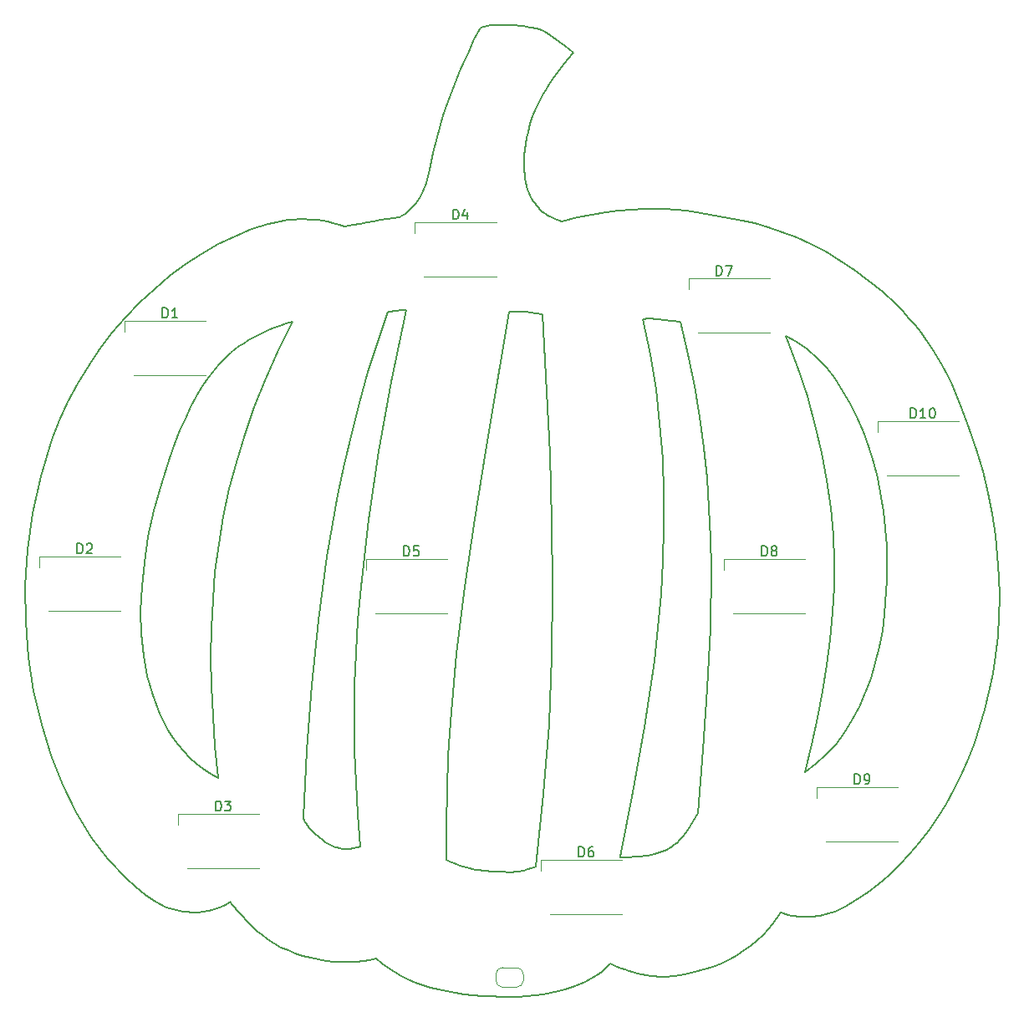
<source format=gbr>
%TF.GenerationSoftware,KiCad,Pcbnew,(6.0.7)*%
%TF.CreationDate,2022-10-09T23:44:08+01:00*%
%TF.ProjectId,Shocksoc-Pumpkin,53686f63-6b73-46f6-932d-50756d706b69,rev?*%
%TF.SameCoordinates,Original*%
%TF.FileFunction,Legend,Top*%
%TF.FilePolarity,Positive*%
%FSLAX46Y46*%
G04 Gerber Fmt 4.6, Leading zero omitted, Abs format (unit mm)*
G04 Created by KiCad (PCBNEW (6.0.7)) date 2022-10-09 23:44:08*
%MOMM*%
%LPD*%
G01*
G04 APERTURE LIST*
%TA.AperFunction,Profile*%
%ADD10C,0.150000*%
%TD*%
%ADD11C,0.150000*%
%ADD12C,0.120000*%
G04 APERTURE END LIST*
D10*
X102498533Y-54102398D02*
X100947157Y-54481130D01*
X133881078Y-90853150D02*
X133833389Y-87362595D01*
X124675709Y-56140140D02*
X123233495Y-55565649D01*
X66997727Y-68181187D02*
X66609332Y-68558657D01*
X103970625Y-53798572D02*
X102498533Y-54102398D01*
X97676376Y-63735766D02*
X97336944Y-63688964D01*
X70497813Y-126762117D02*
X70497813Y-126762117D01*
X125928115Y-124967216D02*
X126192976Y-124952584D01*
X69787150Y-126148287D02*
X70132420Y-126454556D01*
X67332905Y-123429544D02*
X67545951Y-123719744D01*
X84480927Y-54093479D02*
X84480260Y-54096107D01*
X82341551Y-77813956D02*
X83626297Y-70732284D01*
X96977322Y-34706182D02*
X96611498Y-34658888D01*
X92683768Y-34827858D02*
X92059039Y-36066917D01*
X85148150Y-63466434D02*
X84932598Y-63492489D01*
X83626297Y-70732284D02*
X85148150Y-63466428D01*
X64609375Y-124444064D02*
X65102227Y-124358968D01*
X46896703Y-98661494D02*
X47436459Y-102123326D01*
X94457491Y-34583654D02*
X94102570Y-34608740D01*
X75913103Y-116527351D02*
X76027740Y-116633659D01*
X117356622Y-54043029D02*
X115482329Y-53700187D01*
X65872344Y-69363858D02*
X65522282Y-69792098D01*
X90603511Y-119762314D02*
X90921951Y-119866007D01*
X127688136Y-108531999D02*
X128649605Y-107475457D01*
X84160099Y-63560175D02*
X83900352Y-63584931D01*
X104937221Y-130537459D02*
X105409461Y-130144061D01*
X113521177Y-53420972D02*
X112494946Y-53318635D01*
X74702206Y-128916462D02*
X75483791Y-129123545D01*
X88917597Y-43792641D02*
X88536082Y-45028228D01*
X75286822Y-115857681D02*
X75358766Y-115944730D01*
X91394153Y-37479069D02*
X91007420Y-38343438D01*
X77129782Y-88497646D02*
X76248637Y-94922799D01*
X71110469Y-127232547D02*
X71766442Y-127657677D01*
X78396225Y-54829168D02*
X78065868Y-54734775D01*
X66078806Y-110881853D02*
X65785982Y-107710346D01*
X109305260Y-118788275D02*
X109641809Y-118735198D01*
X60183809Y-104372114D02*
X61042839Y-106035884D01*
X95661305Y-120422146D02*
X95912460Y-120421179D01*
X97377031Y-133011255D02*
X98208858Y-132933707D01*
X90597384Y-39298150D02*
X90173716Y-40331815D01*
X97717467Y-34827793D02*
X97345881Y-34762586D01*
X60827516Y-123985116D02*
X61191239Y-124110602D01*
X142173682Y-75380833D02*
X141316071Y-73137553D01*
X126184627Y-107521222D02*
X125509825Y-110298578D01*
X82243592Y-66725337D02*
X81290207Y-69777235D01*
X76716644Y-54449879D02*
X76160941Y-54374583D01*
X58156469Y-62730330D02*
X56738128Y-64218626D01*
X92916294Y-120271651D02*
X93293460Y-120310097D01*
X93748031Y-34645396D02*
X93393581Y-34693930D01*
X102086924Y-37388533D02*
X101663118Y-37043032D01*
X84485912Y-54067422D02*
X84484890Y-54072636D01*
X97101910Y-63664435D02*
X96890798Y-63656394D01*
X110289316Y-99051026D02*
X109321799Y-105726379D01*
X78978934Y-118080390D02*
X79237445Y-118082532D01*
X127714681Y-69353994D02*
X126782321Y-68357120D01*
X66166640Y-87197214D02*
X66635752Y-84406780D01*
X100655439Y-36266770D02*
X100358650Y-36051143D01*
X72768916Y-54418875D02*
X72385471Y-54479966D01*
X98301672Y-119863565D02*
X98301672Y-119863565D01*
X111268230Y-85465027D02*
X111168219Y-88893620D01*
X111781962Y-118014446D02*
X111990705Y-117890395D01*
X84633001Y-130955667D02*
X85337228Y-131300477D01*
X97090236Y-48834076D02*
X97095819Y-48335672D01*
X97176825Y-47253396D02*
X97254705Y-46667940D01*
X67214238Y-123512658D02*
X67332905Y-123429544D01*
X111431300Y-53248295D02*
X110325005Y-53215316D01*
X94813088Y-34569830D02*
X94457491Y-34583654D01*
X97468201Y-51276143D02*
X97362367Y-50930451D01*
X59606502Y-83834399D02*
X59037330Y-86463656D01*
X97721447Y-51900282D02*
X97588304Y-51599156D01*
X113708452Y-67946539D02*
X112937727Y-64675594D01*
X120475942Y-54700098D02*
X119185927Y-54406591D01*
X71222462Y-65491988D02*
X70679422Y-65730910D01*
X80809217Y-129431005D02*
X81476404Y-129318534D01*
X136682242Y-65027205D02*
X136064447Y-64298760D01*
X128387891Y-86215992D02*
X128490872Y-88883728D01*
X69652966Y-66252134D02*
X69168081Y-66534945D01*
X98470896Y-34983383D02*
X98470896Y-34983383D01*
X113725577Y-116117559D02*
X113971918Y-115727186D01*
X74232322Y-54292715D02*
X73878033Y-54308043D01*
X73610495Y-64674947D02*
X72979638Y-64858920D01*
X81200076Y-54598314D02*
X80496296Y-54731608D01*
X79936202Y-108059172D02*
X79903191Y-104788850D01*
X106872115Y-118922427D02*
X106898216Y-118924778D01*
X74708817Y-114889573D02*
X74721029Y-114928826D01*
X145196034Y-94538790D02*
X145240021Y-92531613D01*
X127333999Y-124785074D02*
X127637622Y-124711616D01*
X127947782Y-124623792D02*
X128264072Y-124520734D01*
X99800920Y-132687186D02*
X100557371Y-132518967D01*
X99889050Y-54095023D02*
X99695265Y-53994739D01*
X67400369Y-67820131D02*
X66997727Y-68181187D01*
X97822797Y-120019795D02*
X98301672Y-119863565D01*
X95375849Y-120417642D02*
X95661305Y-120422146D01*
X69774126Y-73258250D02*
X70902338Y-70432317D01*
X80417254Y-72846583D02*
X79621041Y-75934597D01*
X99900165Y-98521685D02*
X99989752Y-91708369D01*
X83900352Y-63584931D02*
X83659330Y-63613628D01*
X62631018Y-108211507D02*
X63240422Y-108845236D01*
X97142765Y-49749378D02*
X97106294Y-49305047D01*
X68788989Y-76060242D02*
X69774126Y-73258250D01*
X84488619Y-54056905D02*
X84487831Y-54059549D01*
X68251328Y-67146240D02*
X67817991Y-67475233D01*
X99742996Y-40412467D02*
X100134489Y-39832858D01*
X111118333Y-78537219D02*
X111254962Y-82013251D01*
X68164769Y-124481125D02*
X68379304Y-124725894D01*
X130321611Y-105058447D02*
X131033923Y-103715009D01*
X91091442Y-91477721D02*
X90255258Y-98313130D01*
X107640236Y-118918492D02*
X107891419Y-118907854D01*
X77845849Y-129495542D02*
X78618754Y-129538337D01*
X76248637Y-94922799D02*
X75571112Y-101456683D01*
X58563171Y-98491695D02*
X58944191Y-100587747D01*
X115296426Y-77439574D02*
X114879673Y-74320515D01*
X133419365Y-61648193D02*
X132014643Y-60478696D01*
X98725345Y-53291785D02*
X98539763Y-53105342D01*
X128336206Y-94165234D02*
X128093077Y-96799019D01*
X89635802Y-105186706D02*
X89423084Y-108651001D01*
X80264134Y-117900526D02*
X80535082Y-117808259D01*
X88422177Y-132327722D02*
X89257446Y-132505830D01*
X101207537Y-36684349D02*
X100655439Y-36266770D01*
X84932598Y-63492489D02*
X84688132Y-63515661D01*
X86050641Y-52726890D02*
X85786627Y-53042883D01*
X111071097Y-131027003D02*
X111288176Y-131020166D01*
X70156501Y-65984207D02*
X69652966Y-66252134D01*
X145240021Y-92531613D02*
X145196375Y-90488273D01*
X77632617Y-117748259D02*
X77795599Y-117817514D01*
X66078806Y-110881853D02*
X66078806Y-110881853D01*
X109961423Y-118673420D02*
X110264785Y-118603143D01*
X84486489Y-54064806D02*
X84485912Y-54067422D01*
X115832866Y-83581906D02*
X115611448Y-80524033D01*
X79621041Y-75934597D02*
X78897878Y-79042493D01*
X124166142Y-124827168D02*
X124541474Y-124892893D01*
X73933614Y-128666898D02*
X74702206Y-128916462D01*
X112554969Y-117477861D02*
X112886345Y-117171229D01*
X142918571Y-77607809D02*
X142173682Y-75380833D01*
X63240422Y-108845236D02*
X63889875Y-109430669D01*
X138076311Y-116211544D02*
X138974178Y-114900421D01*
X67762669Y-55989329D02*
X66068923Y-56816812D01*
X70132420Y-126454556D02*
X70497813Y-126762117D01*
X133394104Y-95989107D02*
X133632080Y-94301792D01*
X76595428Y-117113330D02*
X76774828Y-117247630D01*
X48125999Y-80313733D02*
X47308234Y-84030226D01*
X106898216Y-118924778D02*
X106929744Y-118926817D01*
X87564466Y-49212751D02*
X87481405Y-49585020D01*
X82690672Y-129680293D02*
X83309127Y-130147434D01*
X131432639Y-75799118D02*
X130817854Y-74343711D01*
X93393581Y-34693930D02*
X93038924Y-34754648D01*
X103868196Y-131243398D02*
X104422836Y-130904030D01*
X138932034Y-68208789D02*
X138405960Y-67372917D01*
X99911370Y-84917937D02*
X99697213Y-78073929D01*
X99303809Y-53756242D02*
X99108596Y-53616443D01*
X62884236Y-124470196D02*
X63498556Y-124507653D01*
X107118922Y-118930793D02*
X107257504Y-118929545D01*
X144206460Y-102156199D02*
X144569625Y-100318506D01*
X61733478Y-77038419D02*
X61217459Y-78450418D01*
X75003130Y-115470988D02*
X75050375Y-115541549D01*
X98990344Y-63919332D02*
X98990344Y-63919328D01*
X73610495Y-64674947D02*
X73610495Y-64674947D01*
X110825491Y-118437911D02*
X111084201Y-118343364D01*
X126604507Y-75131637D02*
X127270590Y-77984753D01*
X137279481Y-65782278D02*
X136682242Y-65027205D01*
X96523861Y-133057825D02*
X97377031Y-133011255D01*
X75608488Y-116223660D02*
X75703670Y-116322261D01*
X110740972Y-64420675D02*
X110339094Y-64382414D01*
X93212547Y-77752525D02*
X92093992Y-84638259D01*
X100875681Y-38825390D02*
X101498372Y-38054658D01*
X109934964Y-130945116D02*
X110396612Y-130998923D01*
X114879673Y-74320515D02*
X114353058Y-71158841D01*
X110339094Y-64382414D02*
X110024474Y-64361644D01*
X91000652Y-132780615D02*
X91907398Y-132881011D01*
X109470613Y-130868283D02*
X109934964Y-130945116D01*
X65568704Y-104615945D02*
X65432600Y-101590230D01*
X98676973Y-35045907D02*
X98569610Y-35009243D01*
X66609332Y-68558657D02*
X66234449Y-68952796D01*
X78897878Y-79042493D02*
X78244075Y-82171489D01*
X98186832Y-52680263D02*
X98021940Y-52440043D01*
X75158719Y-115693020D02*
X75220204Y-115773747D01*
X106805933Y-118898584D02*
X106804442Y-118901567D01*
X75220204Y-115773747D02*
X75286822Y-115857681D01*
X106367333Y-129943576D02*
X106958540Y-130165893D01*
X100358650Y-36051143D02*
X100056275Y-35839089D01*
X75703670Y-116322261D02*
X75805143Y-116423521D01*
X80275162Y-94873126D02*
X80549289Y-91522756D01*
X113466180Y-116489446D02*
X113725577Y-116117559D01*
X144082730Y-82002922D02*
X143553875Y-79816000D01*
X69168081Y-66534945D02*
X68701113Y-66832895D01*
X99108596Y-53616443D02*
X98915365Y-53461888D01*
X128471224Y-91530140D02*
X128336206Y-94165234D01*
X112494946Y-53318635D02*
X111431300Y-53248295D01*
X128490872Y-88883728D02*
X128471224Y-91530140D01*
X102086924Y-37388533D02*
X102086924Y-37388533D01*
X87073573Y-50892660D02*
X86956457Y-51176371D01*
X70497813Y-126762117D02*
X71110469Y-127232547D01*
X93692227Y-120342190D02*
X94115896Y-120368672D01*
X84487831Y-54059549D02*
X84487125Y-54062182D01*
X98914553Y-35148601D02*
X98792211Y-35092614D01*
X110396612Y-130998923D02*
X110624577Y-131015841D01*
X123346194Y-124604236D02*
X123565259Y-124675904D01*
X126747983Y-124892360D02*
X127037317Y-124845033D01*
X131033923Y-103715009D02*
X131664959Y-102292970D01*
X97588304Y-51599156D02*
X97468201Y-51276143D01*
X114687285Y-114461465D02*
X115209995Y-108049459D01*
X77297763Y-117580293D02*
X77466637Y-117669342D01*
X108951094Y-118832445D02*
X109305260Y-118788275D01*
X76027740Y-116633659D02*
X76149250Y-116742353D01*
X112349518Y-130931969D02*
X113374407Y-130783041D01*
X97095819Y-48335672D02*
X97124273Y-47809043D01*
X101498372Y-38054658D02*
X102086924Y-37388533D01*
X108187170Y-118893251D02*
X108187170Y-118893251D01*
X73515700Y-54333673D02*
X73145827Y-54370364D01*
X62233073Y-124375937D02*
X62563146Y-124430665D01*
X127749095Y-99441503D02*
X127311521Y-102102693D01*
X61894246Y-124305015D02*
X62233073Y-124375937D01*
X131981245Y-77320686D02*
X131432639Y-75799118D01*
X109321799Y-105726379D02*
X108143107Y-112334745D01*
X66614031Y-123849320D02*
X66867962Y-123719467D01*
X77466637Y-117669342D02*
X77632617Y-117748259D01*
X115650942Y-101819612D02*
X115945091Y-95707812D01*
X71200966Y-54746301D02*
X69475869Y-55296796D01*
X105837664Y-129724214D02*
X105837664Y-129724214D01*
X124746443Y-124920245D02*
X124962409Y-124942767D01*
X98208858Y-132933707D02*
X99017451Y-132825558D01*
X92093992Y-84638259D02*
X91091442Y-91477721D01*
X124735935Y-66723644D02*
X123623686Y-66104074D01*
X97254705Y-46667940D02*
X97359141Y-46051882D01*
X119185927Y-54406591D02*
X117356622Y-54043029D01*
X49258614Y-76628694D02*
X48125999Y-80313733D01*
X62563146Y-124430665D02*
X62884236Y-124470196D01*
X106822210Y-118888731D02*
X106812888Y-118893138D01*
X100557371Y-132518967D02*
X101284916Y-132321281D01*
X83956768Y-130571939D02*
X84633001Y-130955667D01*
X70902338Y-70432317D02*
X72179252Y-67574023D01*
X79909987Y-117996771D02*
X80097041Y-117950039D01*
X88189277Y-46285822D02*
X87886851Y-47554035D01*
X133079292Y-97640398D02*
X133394104Y-95989107D01*
X95651239Y-133073039D02*
X96523861Y-133057825D01*
X89223148Y-115660991D02*
X89248518Y-119217241D01*
X93293460Y-120310097D02*
X93692227Y-120342190D01*
X134773521Y-62921139D02*
X133419365Y-61648193D01*
X77126100Y-117480639D02*
X77297763Y-117580293D01*
X115209995Y-108049459D02*
X115650942Y-101819612D01*
X96672766Y-120360524D02*
X96826444Y-120330646D01*
X92683768Y-34827859D02*
X92683768Y-34827858D01*
X64579406Y-109966272D02*
X65309041Y-110450512D01*
X136064447Y-64298760D02*
X135427679Y-63596789D01*
X83358959Y-63667797D02*
X83281100Y-63689672D01*
X125789109Y-67477498D02*
X124735935Y-66723644D01*
X82549437Y-54369001D02*
X81883311Y-54477878D01*
X71200966Y-54746301D02*
X71200966Y-54746301D01*
X144508272Y-84166093D02*
X144082730Y-82002922D01*
X87638472Y-48821475D02*
X87564466Y-49212751D01*
X129582434Y-123938836D02*
X130742353Y-123264594D01*
X79374327Y-129541470D02*
X80106503Y-129505505D01*
X97124668Y-120252507D02*
X97443625Y-120149166D01*
X122282520Y-125667447D02*
X122696719Y-125081158D01*
X115482329Y-53700187D02*
X114515227Y-53549944D01*
X65785982Y-107710346D02*
X65568704Y-104615945D01*
X95169654Y-34566962D02*
X94813088Y-34569830D01*
X68876837Y-125262821D02*
X69158882Y-125549859D01*
X135132861Y-119709457D02*
X136152517Y-118618545D01*
X123623686Y-66104074D02*
X123623686Y-66104074D01*
X86317325Y-52357326D02*
X86050641Y-52726890D01*
X111561753Y-118131427D02*
X111781962Y-118014446D01*
X110552580Y-118524572D02*
X110825491Y-118437911D01*
X67941299Y-78846714D02*
X68788989Y-76060242D01*
X92059039Y-36066917D02*
X91394153Y-37479069D01*
X79237445Y-118082532D02*
X79479350Y-118066792D01*
X137134712Y-117451746D02*
X138076311Y-116211544D01*
X111288176Y-131020166D02*
X112349518Y-130931969D01*
X140342604Y-70880453D02*
X140342604Y-70880453D01*
X97198420Y-50167861D02*
X97142765Y-49749378D01*
X61191239Y-124110602D02*
X61546892Y-124216903D01*
X127637622Y-124711616D02*
X127947782Y-124623792D01*
X92557425Y-120226109D02*
X92916294Y-120271651D01*
X66234449Y-68952796D02*
X65872344Y-69363858D01*
X127270590Y-77984753D02*
X127785009Y-80776512D01*
X86068855Y-131608228D02*
X86827286Y-131880780D01*
X75102174Y-115615590D02*
X75158719Y-115693020D01*
X75241890Y-54300953D02*
X74914753Y-54289929D01*
X96890798Y-63656394D02*
X96623131Y-63659058D01*
X109641809Y-118735198D02*
X109961423Y-118673420D01*
X84876939Y-53840254D02*
X84593677Y-54007349D01*
X99697213Y-78073929D02*
X98990344Y-63919332D01*
X125509825Y-110298578D02*
X125509825Y-110298578D01*
X87638472Y-48821475D02*
X87638472Y-48821475D01*
X54126043Y-67444095D02*
X52947412Y-69167088D01*
X73145827Y-54370364D02*
X72768916Y-54418875D01*
X73184080Y-128374288D02*
X73933614Y-128666898D01*
X64537022Y-71182438D02*
X63926944Y-72199895D01*
X93038924Y-34754648D02*
X92683768Y-34827859D01*
X69158882Y-125549859D02*
X69462479Y-125845868D01*
X97491362Y-45404430D02*
X97491362Y-45404430D01*
X115308810Y-130318471D02*
X116215319Y-130010568D01*
X124788314Y-69201306D02*
X125779501Y-72207157D01*
X79768534Y-54879057D02*
X79013354Y-55041959D01*
X81290207Y-69777235D02*
X80417254Y-72846583D01*
X62792587Y-74461340D02*
X62256563Y-75709406D01*
X124541474Y-124892893D02*
X124746443Y-124920245D01*
X94761057Y-133056520D02*
X94761057Y-133056520D01*
X114361338Y-130577252D02*
X115308810Y-130318471D01*
X74721029Y-114928826D02*
X74738612Y-114976799D01*
X111276865Y-64479947D02*
X110740972Y-64420675D01*
X136152517Y-118618545D02*
X137134712Y-117451746D01*
X130572015Y-59411426D02*
X129104146Y-58445159D01*
X84482079Y-54088246D02*
X84480927Y-54093479D01*
X101981662Y-132094503D02*
X102645718Y-131839012D01*
X138974178Y-114900421D02*
X139825178Y-113520860D01*
X63889875Y-109430669D02*
X64579406Y-109966272D01*
X121287639Y-126804882D02*
X121812326Y-126243312D01*
X78065868Y-54734775D02*
X77673134Y-54636047D01*
X92213551Y-120172730D02*
X92557425Y-120226109D01*
X97362367Y-50930451D02*
X97272030Y-50561288D01*
X49258614Y-76628694D02*
X49258614Y-76628694D01*
X77673134Y-54636047D02*
X77222051Y-54539058D01*
X92836777Y-132959221D02*
X93788196Y-133017104D01*
X78618754Y-129538337D02*
X79374327Y-129541470D01*
X91007420Y-38343438D02*
X90597384Y-39298150D01*
X111084201Y-118343364D02*
X111329394Y-118241135D01*
X98470896Y-34983383D02*
X97717467Y-34827793D01*
X72979638Y-64858920D02*
X72371836Y-65056247D01*
X87886851Y-47554035D02*
X87638472Y-48821475D01*
X96623131Y-63659058D02*
X95596224Y-63673356D01*
X99459496Y-35450101D02*
X99177454Y-35285366D01*
X80051149Y-111317139D02*
X79936202Y-108059172D01*
X78853703Y-54980665D02*
X78396225Y-54829168D01*
X100134489Y-39832858D02*
X100875681Y-38825390D01*
X83549562Y-63629988D02*
X83448942Y-63647973D01*
X89248518Y-119217241D02*
X89606057Y-119374538D01*
X97953233Y-43862848D02*
X98257437Y-43116328D01*
X139431222Y-69071901D02*
X138932034Y-68208789D01*
X93788196Y-133017104D02*
X94761057Y-133056520D01*
X61179970Y-60038061D02*
X59639602Y-61334445D01*
X132462784Y-78899898D02*
X131981245Y-77320686D01*
X95527484Y-34574741D02*
X95169654Y-34566962D01*
X97345881Y-34762586D02*
X96977322Y-34706182D01*
X109136588Y-64369071D02*
X109136588Y-64369071D01*
X99017451Y-132825558D02*
X99800920Y-132687186D01*
X97336944Y-63688964D02*
X97101910Y-63664435D01*
X84479517Y-54098745D02*
X84479517Y-54098745D01*
X97694736Y-44627268D02*
X97953233Y-43862848D01*
X48204372Y-105451841D02*
X49185994Y-108619577D01*
X113971918Y-115727186D02*
X114210670Y-115319958D01*
X126641839Y-109475877D02*
X127688136Y-108531999D01*
X105409461Y-130144061D02*
X105837664Y-129724214D01*
X110024474Y-64361644D02*
X109750354Y-64354843D01*
X107430103Y-118925584D02*
X107640236Y-118918492D01*
X72371836Y-65056247D02*
X71786355Y-65267185D01*
X75358766Y-115944730D02*
X75436230Y-116034804D01*
X83448942Y-63647973D02*
X83358959Y-63667797D01*
X77222051Y-54539058D02*
X76716644Y-54449879D01*
X64074210Y-124496285D02*
X64609375Y-124444064D01*
X84483064Y-54083037D02*
X84482079Y-54088246D01*
X83281100Y-63689672D02*
X83281100Y-63689672D01*
X85337228Y-131300477D02*
X86068855Y-131608228D01*
X110434668Y-71508094D02*
X110848262Y-75035857D01*
X114687285Y-114461465D02*
X114687285Y-114461465D01*
X71995996Y-54554394D02*
X71600993Y-54642919D01*
X83281100Y-63689672D02*
X82243592Y-66725337D01*
X78704655Y-118056593D02*
X78978934Y-118080390D01*
X74708817Y-114889573D02*
X74708817Y-114889573D01*
X72179252Y-67574023D02*
X73610495Y-64674947D01*
X117899434Y-129262874D02*
X118674034Y-128830822D01*
X96134247Y-120414636D02*
X96331604Y-120402416D01*
X99695265Y-53994739D02*
X99499775Y-53882076D01*
X132014643Y-60478696D02*
X130572015Y-59411426D01*
X50366877Y-111599071D02*
X51732572Y-114362863D01*
X73610495Y-64674947D02*
X73610495Y-64674947D01*
X132993713Y-121653693D02*
X134078881Y-120722001D01*
X107010841Y-118929744D02*
X107118922Y-118930793D01*
X112937727Y-64675601D02*
X111276865Y-64479947D01*
X76951753Y-117369909D02*
X77126100Y-117480639D01*
X60333284Y-81159229D02*
X59606502Y-83834399D01*
X123623686Y-66104074D02*
X124788314Y-69201306D01*
X62256563Y-75709406D02*
X61733478Y-77038419D01*
X114515227Y-53549944D02*
X113521177Y-53420972D01*
X139901939Y-69962404D02*
X139431222Y-69071901D01*
X47436459Y-102123326D02*
X48204372Y-105451841D01*
X112376525Y-117621898D02*
X112554969Y-117477861D01*
X128155024Y-83516922D02*
X128387891Y-86215992D01*
X56794039Y-121085403D02*
X57759292Y-121940995D01*
X100947157Y-54481130D02*
X100622571Y-54388212D01*
X111990705Y-117890395D02*
X112188665Y-117759477D01*
X106834435Y-118916991D02*
X106851001Y-118919814D01*
X75805143Y-116423521D02*
X75913103Y-116527351D01*
X74578063Y-54286930D02*
X74232322Y-54292715D01*
X76413659Y-116966539D02*
X76595428Y-117113330D01*
X84479517Y-54098745D02*
X83201889Y-54270385D01*
X91557577Y-120039494D02*
X91881369Y-120110772D01*
X96975432Y-120294675D02*
X97124668Y-120252507D01*
X67973690Y-124255566D02*
X68164769Y-124481125D01*
X80535082Y-117808259D02*
X80250089Y-114565814D01*
X116215319Y-130010568D02*
X117079361Y-129657412D01*
X117079361Y-129657412D02*
X117899434Y-129262874D01*
X62770017Y-58848268D02*
X61179970Y-60038061D01*
X99754497Y-35636709D02*
X99459496Y-35450101D01*
X98359849Y-52901765D02*
X98186832Y-52680263D01*
X96331604Y-120402416D02*
X96509465Y-120384413D01*
X99989752Y-91708369D02*
X99911370Y-84917937D01*
X113374407Y-130783041D02*
X114361338Y-130577252D01*
X114210670Y-115319958D02*
X114687285Y-114461465D01*
X96248112Y-34621012D02*
X95886872Y-34592860D01*
X142065610Y-108996372D02*
X142697779Y-107367884D01*
X80549289Y-91522756D02*
X81310388Y-84735945D01*
X106851001Y-118919814D02*
X106872115Y-118922427D01*
X61217459Y-78450418D02*
X60333284Y-81159229D01*
X84483971Y-54077837D02*
X84483064Y-54083037D01*
X58277631Y-93953218D02*
X58341056Y-96276094D01*
X61546892Y-124216903D02*
X61894246Y-124305015D01*
X76272302Y-129288710D02*
X77061677Y-129412521D01*
X80535082Y-117808259D02*
X80535082Y-117808259D01*
X116027410Y-89649948D02*
X115968810Y-86621206D01*
X106804861Y-118904653D02*
X106807630Y-118907791D01*
X76160941Y-54374583D02*
X75558969Y-54319242D01*
X55392133Y-65792245D02*
X54126043Y-67444095D01*
X89248518Y-119217241D02*
X89248518Y-119217241D01*
X67225429Y-81626087D02*
X67941299Y-78846714D01*
X81310388Y-84735945D02*
X82341551Y-77813956D01*
X96826444Y-120330646D02*
X96975432Y-120294675D01*
X65432600Y-101590230D02*
X65383296Y-98624779D01*
X76149250Y-116742353D02*
X76277825Y-116853344D01*
X86827286Y-131880780D02*
X87611926Y-132119992D01*
X107257504Y-118929545D02*
X107430103Y-118925584D01*
X115945091Y-95707812D02*
X116027410Y-89649948D01*
X123053420Y-124488313D02*
X123053420Y-124488313D01*
X134078881Y-120722001D02*
X135132861Y-119709457D01*
X86834774Y-51443666D02*
X86580697Y-51930736D01*
X129393297Y-71665440D02*
X128585303Y-70459606D01*
X112886345Y-117171229D02*
X113188259Y-116841213D01*
X123233495Y-55565649D02*
X121829352Y-55086043D01*
X89606057Y-119374538D02*
X89948867Y-119517322D01*
X132686756Y-99247149D02*
X133079292Y-97640398D01*
X122696719Y-125081158D02*
X123053420Y-124488313D01*
X126782321Y-68357120D02*
X125789109Y-67477498D01*
X100947157Y-54481130D02*
X100947157Y-54481130D01*
X97866402Y-52180314D02*
X97721447Y-51900282D01*
X84593677Y-54007349D02*
X84488619Y-54056905D01*
X106821978Y-118914012D02*
X106834435Y-118916991D01*
X77061677Y-129412521D02*
X77845849Y-129495542D01*
X76277825Y-116853344D02*
X76413659Y-116966539D01*
X106812888Y-118893138D02*
X106808895Y-118895757D01*
X140342604Y-70880453D02*
X139901939Y-69962404D01*
X65383296Y-98624779D02*
X65426421Y-95711173D01*
X58372679Y-91535337D02*
X58277631Y-93953218D01*
X67545951Y-123719744D02*
X67806543Y-124051776D01*
X65812466Y-90005811D02*
X66166640Y-87197214D01*
X74914753Y-54289929D02*
X74578063Y-54286930D01*
X126143330Y-56810740D02*
X124675709Y-56140140D01*
X119185927Y-54406591D02*
X119185927Y-54406591D01*
X95051154Y-120407770D02*
X95375849Y-120417642D01*
X99088318Y-112522821D02*
X99610418Y-105434348D01*
X65426421Y-95711173D02*
X65567602Y-92840991D01*
X94761057Y-133056520D02*
X95651239Y-133073039D01*
X90280251Y-119646333D02*
X90603511Y-119762314D01*
X96611498Y-34658888D02*
X96248112Y-34621012D01*
X75050375Y-115541549D02*
X75102174Y-115615590D01*
X142697779Y-107367884D02*
X143267401Y-105683371D01*
X79950053Y-101503111D02*
X80074730Y-98198890D01*
X128913423Y-124265453D02*
X129245674Y-124111495D01*
X98990344Y-63919328D02*
X97676376Y-63735766D01*
X57759292Y-121940995D02*
X58754494Y-122711766D01*
X61042839Y-106035884D02*
X61532254Y-106805297D01*
X144857700Y-98434719D02*
X145067548Y-96507319D01*
X63498556Y-124507653D02*
X64074210Y-124496285D01*
X108187170Y-118893251D02*
X108578625Y-118867505D01*
X98965302Y-41697633D02*
X99350128Y-41035779D01*
X65953697Y-124122046D02*
X66308667Y-123986171D01*
X101663118Y-37043032D02*
X101207537Y-36684349D01*
X49185994Y-108619577D02*
X50366877Y-111599071D01*
X70679422Y-65730910D02*
X70156501Y-65984207D01*
X76774828Y-117247630D02*
X76951753Y-117369909D01*
X59777837Y-123394284D02*
X60827516Y-123985116D01*
X56738128Y-64218626D02*
X55392133Y-65792245D01*
X110965009Y-92300102D02*
X110668681Y-95685547D01*
X58944191Y-100587747D02*
X59484331Y-102551977D01*
X128264072Y-124520734D02*
X128586088Y-124401577D01*
X75571112Y-101456683D02*
X75067681Y-108109030D01*
X128093077Y-96799019D02*
X127749095Y-99441503D01*
X46599554Y-95093806D02*
X46896703Y-98661494D01*
X97491362Y-45404430D02*
X97694736Y-44627268D01*
X106929744Y-118926817D02*
X107010841Y-118929744D01*
X106813190Y-118910928D02*
X106821978Y-118914012D01*
X111288176Y-131020166D02*
X111288176Y-131020166D01*
X74855820Y-115225362D02*
X74921528Y-115340669D01*
X108120416Y-130542872D02*
X108557433Y-130662837D01*
X75519406Y-116127811D02*
X75608488Y-116223660D01*
X124962409Y-124942767D02*
X125188964Y-124959591D01*
X85290544Y-53527979D02*
X85070440Y-53703992D01*
X130742353Y-123264594D02*
X131880491Y-122502052D01*
X113188259Y-116841213D02*
X113466180Y-116489446D01*
X106804442Y-118901567D02*
X106804861Y-118904653D01*
X78112149Y-117928930D02*
X78415447Y-118007364D01*
X81476404Y-129318534D02*
X82102000Y-129168657D01*
X87185374Y-50592101D02*
X87073573Y-50892660D01*
X109136588Y-64369071D02*
X109867470Y-67952856D01*
X103275193Y-131555184D02*
X103868196Y-131243398D01*
X130137777Y-72962980D02*
X129393297Y-71665440D01*
X75067681Y-108109030D02*
X74708817Y-114889573D01*
X50011843Y-74692027D02*
X49258614Y-76628694D01*
X67806543Y-124051776D02*
X67973690Y-124255566D01*
X81883311Y-54477878D02*
X81200076Y-54598314D01*
X125425703Y-124969853D02*
X125672222Y-124972683D01*
X63347423Y-73292183D02*
X62792587Y-74461340D01*
X102645718Y-131839012D02*
X103275193Y-131555184D01*
X111168219Y-88893620D02*
X110965009Y-92300102D01*
X63926944Y-72199895D02*
X63347423Y-73292183D01*
X138405960Y-67372917D02*
X137854581Y-66564131D01*
X79903191Y-104788850D02*
X79950053Y-101503111D01*
X137854581Y-66564131D02*
X137279481Y-65782278D01*
X127311521Y-102102693D02*
X126787612Y-104792596D01*
X125672222Y-124972683D02*
X125928115Y-124967216D01*
X90173716Y-40331815D02*
X89746083Y-41433045D01*
X80106503Y-129505505D02*
X80809217Y-129431005D01*
X90255258Y-98313130D02*
X89635802Y-105186706D01*
X68379304Y-124725894D02*
X68616818Y-124987312D01*
X129245674Y-124111495D02*
X129582434Y-123938836D01*
X109867470Y-67952856D02*
X110434668Y-71508094D01*
X61532254Y-106805297D02*
X62061638Y-107531016D01*
X80250089Y-114565814D02*
X80051149Y-111317139D01*
X99177454Y-35285366D02*
X98914553Y-35148601D01*
X82102000Y-129168657D02*
X82690672Y-129680293D01*
X107704324Y-130417177D02*
X108120416Y-130542872D01*
X127785009Y-80776512D02*
X128155024Y-83516922D01*
X89257446Y-132505830D02*
X90117136Y-132656174D01*
X121812326Y-126243312D02*
X122282520Y-125667447D01*
X95912460Y-120421179D02*
X96134247Y-120414636D01*
X129582434Y-123938836D02*
X129582434Y-123938836D01*
X101284916Y-132321281D02*
X101981662Y-132094503D01*
X128649605Y-107475457D02*
X129527134Y-106314768D01*
X100056275Y-35839089D02*
X99754497Y-35636709D01*
X110848262Y-75035857D02*
X111118333Y-78537219D01*
X46559461Y-91447724D02*
X46599554Y-95093806D01*
X127037317Y-124845033D02*
X127333999Y-124785074D01*
X127623696Y-57578672D02*
X126143330Y-56810740D01*
X96509465Y-120384413D02*
X96672766Y-120360524D01*
X145061958Y-88411251D02*
X144833636Y-86303030D01*
X111254962Y-82013251D02*
X111268230Y-85465027D01*
X132215607Y-100800845D02*
X132686756Y-99247149D01*
X77955478Y-117877581D02*
X78112149Y-117928930D01*
X58625984Y-89034726D02*
X58372679Y-91535337D01*
X98597932Y-42392870D02*
X98965302Y-41697633D01*
X115968810Y-86621206D02*
X115832866Y-83581906D01*
X125509825Y-110298578D02*
X126641839Y-109475877D01*
X141374029Y-110566353D02*
X142065610Y-108996372D01*
X83201889Y-54270385D02*
X82549437Y-54369001D01*
X80496296Y-54731608D02*
X79768534Y-54879057D01*
X79013354Y-55041959D02*
X79013354Y-55041959D01*
X87611926Y-132119992D02*
X88422177Y-132327722D01*
X67332905Y-123429544D02*
X67332905Y-123429544D01*
X86956457Y-51176371D02*
X86834774Y-51443666D01*
X143267401Y-105683371D02*
X143771340Y-103945315D01*
X123565259Y-124675904D02*
X123839656Y-124752527D01*
X66635752Y-84406780D02*
X67225429Y-81626087D01*
X79013354Y-55041959D02*
X78853703Y-54980665D01*
X125188964Y-124959591D02*
X125425703Y-124969853D01*
X77795599Y-117817514D02*
X77955478Y-117877581D01*
X114353058Y-71158841D02*
X113708452Y-67946539D01*
X84484890Y-54072636D02*
X84483971Y-54077837D01*
X83309127Y-130147434D02*
X83956768Y-130571939D01*
X73878033Y-54308043D02*
X73515700Y-54333673D01*
X74921528Y-115340669D02*
X75003130Y-115470988D01*
X89423084Y-108651001D02*
X89283435Y-112140670D01*
X72385471Y-54479966D02*
X71995996Y-54554394D01*
X98569610Y-35009243D02*
X98470896Y-34983383D01*
X143553875Y-79816000D02*
X142918571Y-77607809D01*
X84688132Y-63515661D02*
X84160099Y-63560175D01*
X106833888Y-118884706D02*
X106833888Y-118884706D01*
X66068923Y-56816812D02*
X64402187Y-57772155D01*
X82102000Y-129168657D02*
X82102000Y-129168657D01*
X50882756Y-72798144D02*
X50011843Y-74692027D01*
X110264785Y-118603143D02*
X110552580Y-118524572D01*
X51863798Y-70954134D02*
X50882756Y-72798144D01*
X79703811Y-118036947D02*
X79909987Y-117996771D01*
X108143107Y-112334745D02*
X106833888Y-118884706D01*
X94102570Y-34608740D02*
X93748031Y-34645396D01*
X125509825Y-110298578D02*
X125509825Y-110298578D01*
X87291111Y-50274263D02*
X87185374Y-50592101D01*
X85070440Y-53703992D02*
X84876939Y-53840254D01*
X88536082Y-45028228D02*
X88189277Y-46285822D01*
X141316071Y-73137553D02*
X140342604Y-70880453D01*
X74804462Y-115125796D02*
X74855820Y-115225362D01*
X97272030Y-50561288D02*
X97198420Y-50167861D01*
X66308667Y-123986171D02*
X66614031Y-123849320D01*
X91238872Y-119958153D02*
X91557577Y-120039494D01*
X129104146Y-58445159D02*
X127623696Y-57578672D01*
X106808895Y-118895757D02*
X106805933Y-118898584D01*
X85786627Y-53042883D02*
X85531267Y-53308761D01*
X67817991Y-67475233D02*
X67400369Y-67820131D01*
X120080801Y-127869660D02*
X120709963Y-127348288D01*
X46790871Y-87750710D02*
X46559461Y-91447724D01*
X98257437Y-43116328D02*
X98597932Y-42392870D01*
X126192976Y-124952584D02*
X126466401Y-124927921D01*
X123053420Y-124488313D02*
X123185703Y-124544458D01*
X87390038Y-49938713D02*
X87291111Y-50274263D01*
X74765908Y-115042699D02*
X74804462Y-115125796D01*
X65567602Y-92840991D02*
X65812466Y-90005811D01*
X97359141Y-46051882D02*
X97491362Y-45404430D01*
X145067548Y-96507319D02*
X145196034Y-94538790D01*
X133496117Y-83898251D02*
X132876368Y-80528240D01*
X71786355Y-65267185D02*
X71222462Y-65491988D01*
X71600993Y-54642919D02*
X71200966Y-54746301D01*
X129527134Y-106314768D02*
X130321611Y-105058447D01*
X91881369Y-120110772D02*
X92213551Y-120172730D01*
X144569625Y-100318506D02*
X144857700Y-98434719D01*
X59639602Y-61334445D02*
X58156469Y-62730330D01*
X90921951Y-119866007D02*
X91238872Y-119958153D01*
X87481405Y-49585020D02*
X87390038Y-49938713D01*
X75436230Y-116034804D02*
X75519406Y-116127811D01*
X58754494Y-122711766D02*
X59777837Y-123394284D01*
X74738612Y-114976799D02*
X74765908Y-115042699D01*
X128585303Y-70459606D02*
X127714681Y-69353994D01*
X75558969Y-54319242D02*
X75241890Y-54300953D01*
X94115896Y-120368672D02*
X95051154Y-120407770D01*
X89283435Y-112140670D02*
X89223148Y-115660991D01*
X76413659Y-116966539D02*
X76413659Y-116966539D01*
X145196375Y-90488273D02*
X145061958Y-88411251D01*
X58341056Y-96276094D02*
X58563171Y-98491695D01*
X95051154Y-120407770D02*
X95051154Y-120407770D01*
X107963535Y-53282898D02*
X106697893Y-53394186D01*
X112937727Y-64675594D02*
X112937727Y-64675594D01*
X51732572Y-114362863D02*
X53268630Y-116883490D01*
X98915365Y-53461888D02*
X98725345Y-53291785D01*
X144833636Y-86303030D02*
X144508272Y-84166093D01*
X132876368Y-80528240D02*
X132462784Y-78899898D01*
X71766442Y-127657677D02*
X72459668Y-128038069D01*
X53268630Y-116883490D02*
X54960602Y-119133491D01*
X89324153Y-42590450D02*
X88917597Y-43792641D01*
X83659330Y-63613628D02*
X83549562Y-63629988D01*
X80097041Y-117950039D02*
X80264134Y-117900526D01*
X98792211Y-35092614D02*
X98676973Y-35045907D01*
X108578625Y-118867505D02*
X108951094Y-118832445D01*
X119401657Y-128365128D02*
X120080801Y-127869660D01*
X140626173Y-112075343D02*
X141374029Y-110566353D01*
X65550942Y-124248970D02*
X65953697Y-124122046D01*
X95596224Y-63673356D02*
X95596224Y-63673356D01*
X109750354Y-64354843D02*
X109136588Y-64369071D01*
X92683768Y-34827859D02*
X92683768Y-34827859D01*
X106697893Y-53394186D02*
X105368667Y-53564289D01*
X112937727Y-64675594D02*
X112937727Y-64675601D01*
X95596224Y-63673356D02*
X93212547Y-77752525D01*
X109170828Y-53225063D02*
X107963535Y-53282898D01*
X99610418Y-105434348D02*
X99900165Y-98521685D01*
X110325005Y-53215316D02*
X109170828Y-53225063D01*
X123185703Y-124544458D02*
X123346194Y-124604236D01*
X143771340Y-103945315D02*
X144206460Y-102156199D01*
X64402187Y-57772155D02*
X62770017Y-58848268D01*
X99350128Y-41035779D02*
X99742996Y-40412467D01*
X59037330Y-86463656D02*
X58625984Y-89034726D01*
X85531267Y-53308761D02*
X85290544Y-53527979D01*
X128586088Y-124401577D02*
X128913423Y-124265453D01*
X90117136Y-132656174D02*
X91000652Y-132780615D01*
X65183531Y-70237772D02*
X64537022Y-71182438D01*
X66867962Y-123719467D02*
X67214238Y-123512658D01*
X104422836Y-130904030D02*
X104937221Y-130537459D01*
X108557433Y-130662837D02*
X109009467Y-130772749D01*
X106958540Y-130165893D02*
X107315063Y-130290076D01*
X105368667Y-53564289D02*
X103970625Y-53798572D01*
X139825178Y-113520860D02*
X140626173Y-112075343D01*
X78244075Y-82171489D02*
X77129782Y-88497646D01*
X106807630Y-118907791D02*
X106813190Y-118910928D01*
X100622571Y-54388212D02*
X100266592Y-54261622D01*
X72459668Y-128038069D02*
X73184080Y-128374288D01*
X112188665Y-117759477D02*
X112376525Y-117621898D01*
X69462479Y-125845868D02*
X69787150Y-126148287D01*
X65102227Y-124358968D02*
X65550942Y-124248970D01*
X78415447Y-118007364D02*
X78704655Y-118056593D01*
X97443625Y-120149166D02*
X97822797Y-120019795D01*
X126466401Y-124927921D02*
X126747983Y-124892360D01*
X123839656Y-124752527D02*
X124166142Y-124827168D01*
X69475869Y-55296796D02*
X67762669Y-55989329D01*
X65309041Y-110450512D02*
X66078806Y-110881853D01*
X109009467Y-130772749D02*
X109470613Y-130868283D01*
X99499775Y-53882076D02*
X99303809Y-53756242D01*
X130817854Y-74343711D02*
X130137777Y-72962980D01*
X126787612Y-104792596D02*
X126184627Y-107521222D01*
X125779501Y-72207157D02*
X126604507Y-75131637D01*
X97106294Y-49305047D02*
X97090236Y-48834076D01*
X106833888Y-118884706D02*
X106822210Y-118888731D01*
X75483791Y-129123545D02*
X76272302Y-129288710D01*
X110624577Y-131015841D02*
X110849652Y-131025381D01*
X59484331Y-102551977D02*
X60183809Y-104372114D01*
X68701113Y-66832895D02*
X68251328Y-67146240D01*
X79479350Y-118066792D02*
X79703811Y-118036947D01*
X80074730Y-98198890D02*
X80275162Y-94873126D01*
X84487125Y-54062182D02*
X84486489Y-54064806D01*
X89746083Y-41433045D02*
X89324153Y-42590450D01*
X110849652Y-131025381D02*
X111071097Y-131027003D01*
X98301672Y-119863565D02*
X99088318Y-112522821D01*
X120709963Y-127348288D02*
X121287639Y-126804882D01*
X84488619Y-54056905D02*
X84488619Y-54056905D01*
X84480260Y-54096107D02*
X84479517Y-54098745D01*
X98021940Y-52440043D02*
X97866402Y-52180314D01*
X86580697Y-51930736D02*
X86317325Y-52357326D01*
X133833389Y-87362595D02*
X133496117Y-83898251D01*
X62061638Y-107531016D02*
X62631018Y-108211507D01*
X65522282Y-69792098D02*
X65183531Y-70237772D01*
X52947412Y-69167088D02*
X51863798Y-70954134D01*
X118674034Y-128830822D02*
X119401657Y-128365128D01*
X89948867Y-119517322D02*
X90280251Y-119646333D01*
X47308234Y-84030226D02*
X46790871Y-87750710D01*
X60827516Y-123985116D02*
X60827516Y-123985116D01*
X54960602Y-119133491D02*
X56794039Y-121085403D01*
X68616818Y-124987312D02*
X68876837Y-125262821D01*
X61217459Y-78450418D02*
X61217459Y-78450418D01*
X107315063Y-130290076D02*
X107704324Y-130417177D01*
X100266592Y-54261622D02*
X99889050Y-54095023D01*
X98990344Y-63919332D02*
X98990344Y-63919332D01*
X98539763Y-53105342D02*
X98359849Y-52901765D01*
X131664959Y-102292970D02*
X132215607Y-100800845D01*
X111329394Y-118241135D02*
X111561753Y-118131427D01*
X110668681Y-95685547D02*
X110289316Y-99051026D01*
X121829352Y-55086043D02*
X120475942Y-54700098D01*
X135427679Y-63596789D02*
X134773521Y-62921139D01*
X97124273Y-47809043D02*
X97176825Y-47253396D01*
X105837664Y-129724214D02*
X106367333Y-129943576D01*
X115611448Y-80524033D02*
X115296426Y-77439574D01*
X95886872Y-34592860D02*
X95527484Y-34574741D01*
X133632080Y-94301792D02*
X133881078Y-90853150D01*
X91907398Y-132881011D02*
X92836777Y-132959221D01*
X107891419Y-118907854D02*
X108187170Y-118893251D01*
X131880491Y-122502052D02*
X132993713Y-121653693D01*
D11*
%TO.C,D10*%
X136247714Y-74422380D02*
X136247714Y-73422380D01*
X136485809Y-73422380D01*
X136628666Y-73470000D01*
X136723904Y-73565238D01*
X136771523Y-73660476D01*
X136819142Y-73850952D01*
X136819142Y-73993809D01*
X136771523Y-74184285D01*
X136723904Y-74279523D01*
X136628666Y-74374761D01*
X136485809Y-74422380D01*
X136247714Y-74422380D01*
X137771523Y-74422380D02*
X137200095Y-74422380D01*
X137485809Y-74422380D02*
X137485809Y-73422380D01*
X137390571Y-73565238D01*
X137295333Y-73660476D01*
X137200095Y-73708095D01*
X138390571Y-73422380D02*
X138485809Y-73422380D01*
X138581047Y-73470000D01*
X138628666Y-73517619D01*
X138676285Y-73612857D01*
X138723904Y-73803333D01*
X138723904Y-74041428D01*
X138676285Y-74231904D01*
X138628666Y-74327142D01*
X138581047Y-74374761D01*
X138485809Y-74422380D01*
X138390571Y-74422380D01*
X138295333Y-74374761D01*
X138247714Y-74327142D01*
X138200095Y-74231904D01*
X138152476Y-74041428D01*
X138152476Y-73803333D01*
X138200095Y-73612857D01*
X138247714Y-73517619D01*
X138295333Y-73470000D01*
X138390571Y-73422380D01*
%TO.C,D3*%
X65857904Y-114224380D02*
X65857904Y-113224380D01*
X66096000Y-113224380D01*
X66238857Y-113272000D01*
X66334095Y-113367238D01*
X66381714Y-113462476D01*
X66429333Y-113652952D01*
X66429333Y-113795809D01*
X66381714Y-113986285D01*
X66334095Y-114081523D01*
X66238857Y-114176761D01*
X66096000Y-114224380D01*
X65857904Y-114224380D01*
X66762666Y-113224380D02*
X67381714Y-113224380D01*
X67048380Y-113605333D01*
X67191238Y-113605333D01*
X67286476Y-113652952D01*
X67334095Y-113700571D01*
X67381714Y-113795809D01*
X67381714Y-114033904D01*
X67334095Y-114129142D01*
X67286476Y-114176761D01*
X67191238Y-114224380D01*
X66905523Y-114224380D01*
X66810285Y-114176761D01*
X66762666Y-114129142D01*
%TO.C,D4*%
X89891904Y-54280380D02*
X89891904Y-53280380D01*
X90130000Y-53280380D01*
X90272857Y-53328000D01*
X90368095Y-53423238D01*
X90415714Y-53518476D01*
X90463333Y-53708952D01*
X90463333Y-53851809D01*
X90415714Y-54042285D01*
X90368095Y-54137523D01*
X90272857Y-54232761D01*
X90130000Y-54280380D01*
X89891904Y-54280380D01*
X91320476Y-53613714D02*
X91320476Y-54280380D01*
X91082380Y-53232761D02*
X90844285Y-53947047D01*
X91463333Y-53947047D01*
%TO.C,D7*%
X116578340Y-59999281D02*
X116578340Y-58999281D01*
X116816436Y-58999281D01*
X116959293Y-59046901D01*
X117054531Y-59142139D01*
X117102150Y-59237377D01*
X117149769Y-59427853D01*
X117149769Y-59570710D01*
X117102150Y-59761186D01*
X117054531Y-59856424D01*
X116959293Y-59951662D01*
X116816436Y-59999281D01*
X116578340Y-59999281D01*
X117483102Y-58999281D02*
X118149769Y-58999281D01*
X117721197Y-59999281D01*
%TO.C,D9*%
X130579904Y-111506380D02*
X130579904Y-110506380D01*
X130818000Y-110506380D01*
X130960857Y-110554000D01*
X131056095Y-110649238D01*
X131103714Y-110744476D01*
X131151333Y-110934952D01*
X131151333Y-111077809D01*
X131103714Y-111268285D01*
X131056095Y-111363523D01*
X130960857Y-111458761D01*
X130818000Y-111506380D01*
X130579904Y-111506380D01*
X131627523Y-111506380D02*
X131818000Y-111506380D01*
X131913238Y-111458761D01*
X131960857Y-111411142D01*
X132056095Y-111268285D01*
X132103714Y-111077809D01*
X132103714Y-110696857D01*
X132056095Y-110601619D01*
X132008476Y-110554000D01*
X131913238Y-110506380D01*
X131722761Y-110506380D01*
X131627523Y-110554000D01*
X131579904Y-110601619D01*
X131532285Y-110696857D01*
X131532285Y-110934952D01*
X131579904Y-111030190D01*
X131627523Y-111077809D01*
X131722761Y-111125428D01*
X131913238Y-111125428D01*
X132008476Y-111077809D01*
X132056095Y-111030190D01*
X132103714Y-110934952D01*
%TO.C,D2*%
X51839904Y-88138380D02*
X51839904Y-87138380D01*
X52078000Y-87138380D01*
X52220857Y-87186000D01*
X52316095Y-87281238D01*
X52363714Y-87376476D01*
X52411333Y-87566952D01*
X52411333Y-87709809D01*
X52363714Y-87900285D01*
X52316095Y-87995523D01*
X52220857Y-88090761D01*
X52078000Y-88138380D01*
X51839904Y-88138380D01*
X52792285Y-87233619D02*
X52839904Y-87186000D01*
X52935142Y-87138380D01*
X53173238Y-87138380D01*
X53268476Y-87186000D01*
X53316095Y-87233619D01*
X53363714Y-87328857D01*
X53363714Y-87424095D01*
X53316095Y-87566952D01*
X52744666Y-88138380D01*
X53363714Y-88138380D01*
%TO.C,D1*%
X60475904Y-64262380D02*
X60475904Y-63262380D01*
X60714000Y-63262380D01*
X60856857Y-63310000D01*
X60952095Y-63405238D01*
X60999714Y-63500476D01*
X61047333Y-63690952D01*
X61047333Y-63833809D01*
X60999714Y-64024285D01*
X60952095Y-64119523D01*
X60856857Y-64214761D01*
X60714000Y-64262380D01*
X60475904Y-64262380D01*
X61999714Y-64262380D02*
X61428285Y-64262380D01*
X61714000Y-64262380D02*
X61714000Y-63262380D01*
X61618761Y-63405238D01*
X61523523Y-63500476D01*
X61428285Y-63548095D01*
%TO.C,D8*%
X121181904Y-88392380D02*
X121181904Y-87392380D01*
X121420000Y-87392380D01*
X121562857Y-87440000D01*
X121658095Y-87535238D01*
X121705714Y-87630476D01*
X121753333Y-87820952D01*
X121753333Y-87963809D01*
X121705714Y-88154285D01*
X121658095Y-88249523D01*
X121562857Y-88344761D01*
X121420000Y-88392380D01*
X121181904Y-88392380D01*
X122324761Y-87820952D02*
X122229523Y-87773333D01*
X122181904Y-87725714D01*
X122134285Y-87630476D01*
X122134285Y-87582857D01*
X122181904Y-87487619D01*
X122229523Y-87440000D01*
X122324761Y-87392380D01*
X122515238Y-87392380D01*
X122610476Y-87440000D01*
X122658095Y-87487619D01*
X122705714Y-87582857D01*
X122705714Y-87630476D01*
X122658095Y-87725714D01*
X122610476Y-87773333D01*
X122515238Y-87820952D01*
X122324761Y-87820952D01*
X122229523Y-87868571D01*
X122181904Y-87916190D01*
X122134285Y-88011428D01*
X122134285Y-88201904D01*
X122181904Y-88297142D01*
X122229523Y-88344761D01*
X122324761Y-88392380D01*
X122515238Y-88392380D01*
X122610476Y-88344761D01*
X122658095Y-88297142D01*
X122705714Y-88201904D01*
X122705714Y-88011428D01*
X122658095Y-87916190D01*
X122610476Y-87868571D01*
X122515238Y-87820952D01*
%TO.C,D6*%
X102639904Y-118872380D02*
X102639904Y-117872380D01*
X102878000Y-117872380D01*
X103020857Y-117920000D01*
X103116095Y-118015238D01*
X103163714Y-118110476D01*
X103211333Y-118300952D01*
X103211333Y-118443809D01*
X103163714Y-118634285D01*
X103116095Y-118729523D01*
X103020857Y-118824761D01*
X102878000Y-118872380D01*
X102639904Y-118872380D01*
X104068476Y-117872380D02*
X103878000Y-117872380D01*
X103782761Y-117920000D01*
X103735142Y-117967619D01*
X103639904Y-118110476D01*
X103592285Y-118300952D01*
X103592285Y-118681904D01*
X103639904Y-118777142D01*
X103687523Y-118824761D01*
X103782761Y-118872380D01*
X103973238Y-118872380D01*
X104068476Y-118824761D01*
X104116095Y-118777142D01*
X104163714Y-118681904D01*
X104163714Y-118443809D01*
X104116095Y-118348571D01*
X104068476Y-118300952D01*
X103973238Y-118253333D01*
X103782761Y-118253333D01*
X103687523Y-118300952D01*
X103639904Y-118348571D01*
X103592285Y-118443809D01*
%TO.C,D5*%
X84929535Y-88392380D02*
X84929535Y-87392380D01*
X85167631Y-87392380D01*
X85310488Y-87440000D01*
X85405726Y-87535238D01*
X85453345Y-87630476D01*
X85500964Y-87820952D01*
X85500964Y-87963809D01*
X85453345Y-88154285D01*
X85405726Y-88249523D01*
X85310488Y-88344761D01*
X85167631Y-88392380D01*
X84929535Y-88392380D01*
X86405726Y-87392380D02*
X85929535Y-87392380D01*
X85881916Y-87868571D01*
X85929535Y-87820952D01*
X86024773Y-87773333D01*
X86262869Y-87773333D01*
X86358107Y-87820952D01*
X86405726Y-87868571D01*
X86453345Y-87963809D01*
X86453345Y-88201904D01*
X86405726Y-88297142D01*
X86358107Y-88344761D01*
X86262869Y-88392380D01*
X86024773Y-88392380D01*
X85929535Y-88344761D01*
X85881916Y-88297142D01*
D12*
%TO.C,D10*%
X132878738Y-74720000D02*
X141112000Y-74720000D01*
X132878738Y-75870000D02*
X132878738Y-74720000D01*
X133812000Y-80220000D02*
X141112000Y-80220000D01*
%TO.C,D3*%
X62012738Y-114522000D02*
X70246000Y-114522000D01*
X62012738Y-115672000D02*
X62012738Y-114522000D01*
X62946000Y-120022000D02*
X70246000Y-120022000D01*
%TO.C,D4*%
X86046738Y-54578000D02*
X94280000Y-54578000D01*
X86046738Y-55728000D02*
X86046738Y-54578000D01*
X86980000Y-60078000D02*
X94280000Y-60078000D01*
%TO.C,D7*%
X113780738Y-60242000D02*
X122014000Y-60242000D01*
X113780738Y-61392000D02*
X113780738Y-60242000D01*
X114714000Y-65742000D02*
X122014000Y-65742000D01*
%TO.C,D9*%
X126734738Y-111804000D02*
X134968000Y-111804000D01*
X126734738Y-112954000D02*
X126734738Y-111804000D01*
X127668000Y-117304000D02*
X134968000Y-117304000D01*
%TO.C,D2*%
X47994738Y-88436000D02*
X56228000Y-88436000D01*
X47994738Y-89586000D02*
X47994738Y-88436000D01*
X48928000Y-93936000D02*
X56228000Y-93936000D01*
%TO.C,D1*%
X57564000Y-70060000D02*
X64864000Y-70060000D01*
X56630738Y-65710000D02*
X56630738Y-64560000D01*
X56630738Y-64560000D02*
X64864000Y-64560000D01*
%TO.C,D8*%
X117336738Y-88690000D02*
X125570000Y-88690000D01*
X117336738Y-89840000D02*
X117336738Y-88690000D01*
X118270000Y-94190000D02*
X125570000Y-94190000D01*
%TO.C,D6*%
X98794738Y-119170000D02*
X107028000Y-119170000D01*
X98794738Y-120320000D02*
X98794738Y-119170000D01*
X99728000Y-124670000D02*
X107028000Y-124670000D01*
%TO.C,D5*%
X81084369Y-88690000D02*
X89317631Y-88690000D01*
X81084369Y-89840000D02*
X81084369Y-88690000D01*
X82017631Y-94190000D02*
X89317631Y-94190000D01*
%TO.C,JP2*%
X94929870Y-130094907D02*
X96329870Y-130094907D01*
X94229870Y-131394907D02*
X94229870Y-130794907D01*
X97029870Y-130794907D02*
X97029870Y-131394907D01*
X96329870Y-132094907D02*
X94929870Y-132094907D01*
X97029870Y-130794907D02*
G75*
G03*
X96329870Y-130094907I-699999J1D01*
G01*
X96329870Y-132094907D02*
G75*
G03*
X97029870Y-131394907I1J699999D01*
G01*
X94229870Y-131394907D02*
G75*
G03*
X94929870Y-132094907I700000J0D01*
G01*
X94929870Y-130094907D02*
G75*
G03*
X94229870Y-130794907I0J-700000D01*
G01*
%TD*%
M02*

</source>
